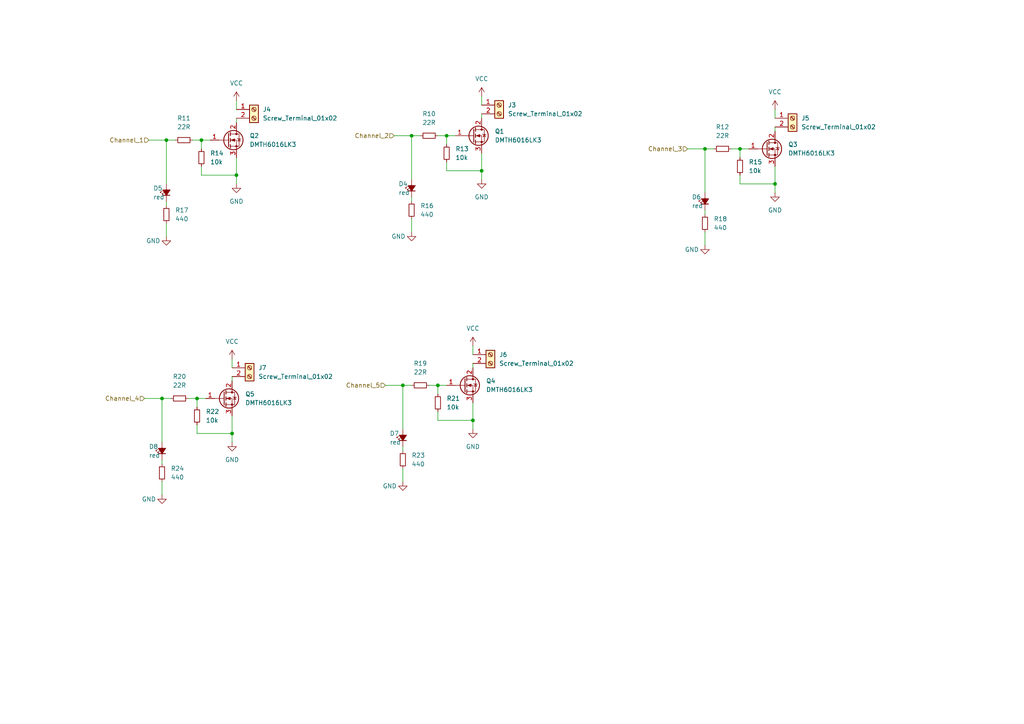
<source format=kicad_sch>
(kicad_sch (version 20230121) (generator eeschema)
  (paper "A4")
  (lib_symbols
    (symbol "Connector:Screw_Terminal_01x02" (pin_names (offset 1.016) hide)
      (property "Reference" "J" (at 0 2.54 0))
      (property "Value" "Screw_Terminal_01x02" (at 0 -5.08 0))
      (symbol "Screw_Terminal_01x02_1_1"
        (rectangle (start -1.27 1.27) (end 1.27 -3.81) (stroke (width 0.254)) (fill (type background)))
        (circle (center 0 -2.54) (radius 0.635) (stroke (width 0.1524)))
        (polyline (pts (xy -0.5334 -2.2098) (xy 0.3302 -3.048)) (stroke (width 0.1524)))
        (polyline (pts (xy -0.5334 0.3302) (xy 0.3302 -0.508)) (stroke (width 0.1524)))
        (polyline (pts (xy -0.3556 -2.032) (xy 0.508 -2.8702)) (stroke (width 0.1524)))
        (polyline (pts (xy -0.3556 0.508) (xy 0.508 -0.3302)) (stroke (width 0.1524)))
        (circle (center 0 0) (radius 0.635) (stroke (width 0.1524)))
        (pin passive line (at -5.08 0 0) (length 3.81) (name "Pin_1") (number "1"))
        (pin passive line (at -5.08 -2.54 0) (length 3.81) (name "Pin_2") (number "2"))
      )
    )
    (symbol "Device:LED_Small_Filled" (pin_numbers hide) (pin_names (offset 0.254) hide)
      (property "Reference" "D" (at -1.27 3.175 0))
      (property "Value" "LED_Small_Filled" (at -4.445 -2.54 0))
      (symbol "LED_Small_Filled_0_1"
        (polyline (pts (xy -0.762 -1.016) (xy -0.762 1.016)) (stroke (width 0.254)))
        (polyline (pts (xy 1.016 0) (xy -0.762 0)))
        (polyline (pts (xy 0.762 -1.016) (xy -0.762 0) (xy 0.762 1.016) (xy 0.762 -1.016)) (stroke (width 0.254)) (fill (type outline)))
        (polyline (pts (xy 0 0.762) (xy -0.508 1.27) (xy -0.254 1.27) (xy -0.508 1.27) (xy -0.508 1.016)))
        (polyline (pts (xy 0.508 1.27) (xy 0 1.778) (xy 0.254 1.778) (xy 0 1.778) (xy 0 1.524)))
      )
      (symbol "LED_Small_Filled_1_1"
        (pin passive line (at -2.54 0 0) (length 1.778) (name "K") (number "1"))
        (pin passive line (at 2.54 0 180) (length 1.778) (name "A") (number "2"))
      )
    )
    (symbol "Device:Q_NMOS_GDS" (pin_names (offset 0) hide)
      (property "Reference" "Q" (at 5.08 1.27 0))
      (property "Value" "Q_NMOS_GDS" (at 5.08 -1.27 0))
      (symbol "Q_NMOS_GDS_0_1"
        (polyline (pts (xy 0.254 0) (xy -2.54 0)))
        (polyline (pts (xy 0.254 1.905) (xy 0.254 -1.905)) (stroke (width 0.254)))
        (polyline (pts (xy 0.762 -1.27) (xy 0.762 -2.286)) (stroke (width 0.254)))
        (polyline (pts (xy 0.762 0.508) (xy 0.762 -0.508)) (stroke (width 0.254)))
        (polyline (pts (xy 0.762 2.286) (xy 0.762 1.27)) (stroke (width 0.254)))
        (polyline (pts (xy 2.54 2.54) (xy 2.54 1.778)))
        (polyline (pts (xy 2.54 -2.54) (xy 2.54 0) (xy 0.762 0)))
        (polyline (pts (xy 0.762 -1.778) (xy 3.302 -1.778) (xy 3.302 1.778) (xy 0.762 1.778)))
        (polyline (pts (xy 1.016 0) (xy 2.032 0.381) (xy 2.032 -0.381) (xy 1.016 0)) (fill (type outline)))
        (polyline (pts (xy 2.794 0.508) (xy 2.921 0.381) (xy 3.683 0.381) (xy 3.81 0.254)))
        (polyline (pts (xy 3.302 0.381) (xy 2.921 -0.254) (xy 3.683 -0.254) (xy 3.302 0.381)))
        (circle (center 1.651 0) (radius 2.794) (stroke (width 0.254)))
        (circle (center 2.54 -1.778) (radius 0.254) (fill (type outline)))
        (circle (center 2.54 1.778) (radius 0.254) (fill (type outline)))
      )
      (symbol "Q_NMOS_GDS_1_1"
        (pin input line (at -5.08 0 0) (length 2.54) (name "G") (number "1"))
        (pin passive line (at 2.54 5.08 270) (length 2.54) (name "D") (number "2"))
        (pin passive line (at 2.54 -5.08 90) (length 2.54) (name "S") (number "3"))
      )
    )
    (symbol "Device:R_Small" (pin_numbers hide) (pin_names (offset 0.254) hide)
      (property "Reference" "R" (at 0.762 0.508 0))
      (property "Value" "R_Small" (at 0.762 -1.016 0))
      (symbol "R_Small_0_1"
        (rectangle (start -0.762 1.778) (end 0.762 -1.778) (stroke (width 0.2032)))
      )
      (symbol "R_Small_1_1"
        (pin passive line (at 0 2.54 270) (length 0.762) (name "~") (number "1"))
        (pin passive line (at 0 -2.54 90) (length 0.762) (name "~") (number "2"))
      )
    )
    (symbol "power:GND" (power) (pin_names (offset 0))
      (property "Value" "GND" (at 0 -3.81 0))
      (symbol "GND_0_1"
        (polyline (pts (xy 0 0) (xy 0 -1.27) (xy 1.27 -1.27) (xy 0 -2.54) (xy -1.27 -1.27) (xy 0 -1.27)))
      )
      (symbol "GND_1_1"
        (pin power_in line (at 0 0 270) (length 0) hide (name "GND") (number "1"))
      )
    )
    (symbol "power:VCC" (power) (pin_names (offset 0))
      (property "Value" "VCC" (at 0 3.81 0))
      (symbol "VCC_0_1"
        (polyline (pts (xy -0.762 1.27) (xy 0 2.54)))
        (polyline (pts (xy 0 0) (xy 0 2.54)))
        (polyline (pts (xy 0 2.54) (xy 0.762 1.27)))
      )
      (symbol "VCC_1_1"
        (pin power_in line (at 0 0 90) (length 0) hide (name "VCC") (number "1"))
      )
    )
  )
  (junction (at 57.15 115.57))
  (junction (at 214.63 43.18))
  (junction (at 48.26 40.64))
  (junction (at 137.16 121.92))
  (junction (at 116.84 111.76))
  (junction (at 67.31 125.73))
  (junction (at 127 111.76))
  (junction (at 204.47 43.18))
  (junction (at 46.99 115.57))
  (junction (at 119.38 39.37))
  (junction (at 139.7 49.53))
  (junction (at 68.58 50.8))
  (junction (at 129.54 39.37))
  (junction (at 58.42 40.64))
  (junction (at 224.79 53.34))
  (wire (pts (xy 199.39 43.18) (xy 204.47 43.18)))
  (wire (pts (xy 68.58 45.72) (xy 68.58 50.8)))
  (wire (pts (xy 119.38 39.37) (xy 119.38 52.07)))
  (wire (pts (xy 116.84 135.89) (xy 116.84 139.7)))
  (wire (pts (xy 204.47 43.18) (xy 207.01 43.18)))
  (wire (pts (xy 137.16 121.92) (xy 127 121.92)))
  (wire (pts (xy 68.58 29.21) (xy 68.58 31.75)))
  (wire (pts (xy 57.15 123.19) (xy 57.15 125.73)))
  (wire (pts (xy 127 111.76) (xy 127 114.3)))
  (wire (pts (xy 204.47 43.18) (xy 204.47 55.88)))
  (wire (pts (xy 204.47 67.31) (xy 204.47 71.12)))
  (wire (pts (xy 68.58 50.8) (xy 68.58 53.34)))
  (wire (pts (xy 139.7 49.53) (xy 139.7 52.07)))
  (wire (pts (xy 129.54 46.99) (xy 129.54 49.53)))
  (wire (pts (xy 139.7 44.45) (xy 139.7 49.53)))
  (wire (pts (xy 137.16 105.41) (xy 137.16 106.68)))
  (wire (pts (xy 68.58 34.29) (xy 68.58 35.56)))
  (wire (pts (xy 119.38 39.37) (xy 121.92 39.37)))
  (wire (pts (xy 127 39.37) (xy 129.54 39.37)))
  (wire (pts (xy 214.63 50.8) (xy 214.63 53.34)))
  (wire (pts (xy 212.09 43.18) (xy 214.63 43.18)))
  (wire (pts (xy 41.91 115.57) (xy 46.99 115.57)))
  (wire (pts (xy 124.46 111.76) (xy 127 111.76)))
  (wire (pts (xy 114.3 39.37) (xy 119.38 39.37)))
  (wire (pts (xy 127 119.38) (xy 127 121.92)))
  (wire (pts (xy 224.79 53.34) (xy 224.79 55.88)))
  (wire (pts (xy 48.26 58.42) (xy 48.26 59.69)))
  (wire (pts (xy 43.18 40.64) (xy 48.26 40.64)))
  (wire (pts (xy 116.84 111.76) (xy 116.84 124.46)))
  (wire (pts (xy 57.15 115.57) (xy 59.69 115.57)))
  (wire (pts (xy 224.79 36.83) (xy 224.79 38.1)))
  (wire (pts (xy 116.84 129.54) (xy 116.84 130.81)))
  (wire (pts (xy 116.84 111.76) (xy 119.38 111.76)))
  (wire (pts (xy 139.7 33.02) (xy 139.7 34.29)))
  (wire (pts (xy 67.31 120.65) (xy 67.31 125.73)))
  (wire (pts (xy 214.63 43.18) (xy 217.17 43.18)))
  (wire (pts (xy 119.38 63.5) (xy 119.38 67.31)))
  (wire (pts (xy 67.31 125.73) (xy 67.31 128.27)))
  (wire (pts (xy 224.79 31.75) (xy 224.79 34.29)))
  (wire (pts (xy 137.16 116.84) (xy 137.16 121.92)))
  (wire (pts (xy 55.88 40.64) (xy 58.42 40.64)))
  (wire (pts (xy 111.76 111.76) (xy 116.84 111.76)))
  (wire (pts (xy 58.42 40.64) (xy 60.96 40.64)))
  (wire (pts (xy 67.31 109.22) (xy 67.31 110.49)))
  (wire (pts (xy 139.7 49.53) (xy 129.54 49.53)))
  (wire (pts (xy 67.31 104.14) (xy 67.31 106.68)))
  (wire (pts (xy 46.99 115.57) (xy 49.53 115.57)))
  (wire (pts (xy 46.99 139.7) (xy 46.99 143.51)))
  (wire (pts (xy 48.26 40.64) (xy 48.26 53.34)))
  (wire (pts (xy 48.26 64.77) (xy 48.26 68.58)))
  (wire (pts (xy 137.16 100.33) (xy 137.16 102.87)))
  (wire (pts (xy 129.54 39.37) (xy 129.54 41.91)))
  (wire (pts (xy 224.79 48.26) (xy 224.79 53.34)))
  (wire (pts (xy 119.38 57.15) (xy 119.38 58.42)))
  (wire (pts (xy 137.16 121.92) (xy 137.16 124.46)))
  (wire (pts (xy 139.7 27.94) (xy 139.7 30.48)))
  (wire (pts (xy 214.63 43.18) (xy 214.63 45.72)))
  (wire (pts (xy 67.31 125.73) (xy 57.15 125.73)))
  (wire (pts (xy 68.58 50.8) (xy 58.42 50.8)))
  (wire (pts (xy 46.99 115.57) (xy 46.99 128.27)))
  (wire (pts (xy 48.26 40.64) (xy 50.8 40.64)))
  (wire (pts (xy 58.42 48.26) (xy 58.42 50.8)))
  (wire (pts (xy 129.54 39.37) (xy 132.08 39.37)))
  (wire (pts (xy 58.42 40.64) (xy 58.42 43.18)))
  (wire (pts (xy 224.79 53.34) (xy 214.63 53.34)))
  (wire (pts (xy 204.47 60.96) (xy 204.47 62.23)))
  (wire (pts (xy 127 111.76) (xy 129.54 111.76)))
  (wire (pts (xy 46.99 133.35) (xy 46.99 134.62)))
  (wire (pts (xy 57.15 115.57) (xy 57.15 118.11)))
  (wire (pts (xy 54.61 115.57) (xy 57.15 115.57)))
  (hierarchical_label "Channel_2" (shape input) (at 114.3 39.37 180))
  (hierarchical_label "Channel_3" (shape input) (at 199.39 43.18 180))
  (hierarchical_label "Channel_1" (shape input) (at 43.18 40.64 180))
  (hierarchical_label "Channel_4" (shape input) (at 41.91 115.57 180))
  (hierarchical_label "Channel_5" (shape input) (at 111.76 111.76 180))
  (symbol (lib_id "Connector:Screw_Terminal_01x02") (at 72.39 106.68 0) (unit 1)
    (property "Reference" "J7" (at 74.93 106.6799 0) (effects (justify left)))
    (property "Value" "Screw_Terminal_01x02" (at 74.93 109.2199 0) (effects (justify left)))
    (property "Footprint" "TerminalBlock_Phoenix:TerminalBlock_Phoenix_MKDS-3-2-5.08_1x02_P5.08mm_Horizontal" (effects hide))
  )
  (symbol (lib_id "power:VCC") (at 224.79 31.75 0) (unit 1)
    (property "Reference" "#PWR034" (effects hide))
    (property "Value" "VCC" (at 224.79 26.67 0))
  )
  (symbol (lib_id "Device:R_Small") (at 48.26 62.23 180) (unit 1)
    (property "Reference" "R17" (at 50.8 60.9599 0) (effects (justify right)))
    (property "Value" "440" (at 50.8 63.4999 0) (effects (justify right)))
    (property "Footprint" "Resistor_SMD:R_0805_2012Metric_Pad1.20x1.40mm_HandSolder" (effects hide))
  )
  (symbol (lib_id "power:VCC") (at 139.7 27.94 0) (unit 1)
    (property "Reference" "#PWR032" (effects hide))
    (property "Value" "VCC" (at 139.7 22.86 0))
  )
  (symbol (lib_id "Device:LED_Small_Filled") (at 48.26 55.88 90) (unit 1)
    (property "Reference" "D5" (at 44.45 54.61 90) (effects (justify right)))
    (property "Value" "red" (at 44.45 57.15 90) (effects (justify right)))
    (property "Footprint" "LED_SMD:LED_0805_2012Metric_Pad1.15x1.40mm_HandSolder" (effects hide))
  )
  (symbol (lib_id "Device:LED_Small_Filled") (at 116.84 127 90) (unit 1)
    (property "Reference" "D7" (at 113.03 125.73 90) (effects (justify right)))
    (property "Value" "red" (at 113.03 128.27 90) (effects (justify right)))
    (property "Footprint" "LED_SMD:LED_0805_2012Metric_Pad1.15x1.40mm_HandSolder" (effects hide))
  )
  (symbol (lib_id "Device:R_Small") (at 124.46 39.37 90) (unit 1)
    (property "Reference" "R10" (at 124.46 33.02 90))
    (property "Value" "22R" (at 124.46 35.56 90))
    (property "Footprint" "Resistor_SMD:R_0805_2012Metric_Pad1.20x1.40mm_HandSolder" (effects hide))
  )
  (symbol (lib_id "Connector:Screw_Terminal_01x02") (at 73.66 31.75 0) (unit 1)
    (property "Reference" "J4" (at 76.2 31.7499 0) (effects (justify left)))
    (property "Value" "Screw_Terminal_01x02" (at 76.2 34.2899 0) (effects (justify left)))
    (property "Footprint" "TerminalBlock_Phoenix:TerminalBlock_Phoenix_MKDS-3-2-5.08_1x02_P5.08mm_Horizontal" (effects hide))
  )
  (symbol (lib_id "power:GND") (at 224.79 55.88 0) (unit 1)
    (property "Reference" "#PWR037" (effects hide))
    (property "Value" "GND" (at 224.79 60.96 0))
  )
  (symbol (lib_id "Device:R_Small") (at 119.38 60.96 180) (unit 1)
    (property "Reference" "R16" (at 121.92 59.6899 0) (effects (justify right)))
    (property "Value" "440" (at 121.92 62.2299 0) (effects (justify right)))
    (property "Footprint" "Resistor_SMD:R_0805_2012Metric_Pad1.20x1.40mm_HandSolder" (effects hide))
  )
  (symbol (lib_id "power:VCC") (at 67.31 104.14 0) (unit 1)
    (property "Reference" "#PWR042" (effects hide))
    (property "Value" "VCC" (at 67.31 99.06 0))
  )
  (symbol (lib_id "Device:R_Small") (at 46.99 137.16 180) (unit 1)
    (property "Reference" "R24" (at 49.53 135.8899 0) (effects (justify right)))
    (property "Value" "440" (at 49.53 138.4299 0) (effects (justify right)))
    (property "Footprint" "Resistor_SMD:R_0805_2012Metric_Pad1.20x1.40mm_HandSolder" (effects hide))
  )
  (symbol (lib_id "Device:Q_NMOS_GDS") (at 64.77 115.57 0) (unit 1)
    (property "Reference" "Q5" (at 71.12 114.2999 0) (effects (justify left)))
    (property "Value" "DMTH6016LK3" (at 71.12 116.8399 0) (effects (justify left)))
    (property "Footprint" "Package_TO_SOT_SMD:TO-263-2" (effects hide))
    (property "Datasheet" "https://www.mouser.de/datasheet/2/115/DIOD_S_A0005424587_1-2542634.pdf" (effects hide))
  )
  (symbol (lib_id "Device:R_Small") (at 127 116.84 180) (unit 1)
    (property "Reference" "R21" (at 129.54 115.5699 0) (effects (justify right)))
    (property "Value" "10k" (at 129.54 118.1099 0) (effects (justify right)))
    (property "Footprint" "Resistor_SMD:R_0805_2012Metric_Pad1.20x1.40mm_HandSolder" (effects hide))
  )
  (symbol (lib_id "power:GND") (at 48.26 68.58 0) (unit 1)
    (property "Reference" "#PWR039" (effects hide))
    (property "Value" "GND" (at 44.45 69.85 0))
  )
  (symbol (lib_id "power:VCC") (at 68.58 29.21 0) (unit 1)
    (property "Reference" "#PWR033" (effects hide))
    (property "Value" "VCC" (at 68.58 24.13 0))
  )
  (symbol (lib_id "Device:R_Small") (at 214.63 48.26 180) (unit 1)
    (property "Reference" "R15" (at 217.17 46.9899 0) (effects (justify right)))
    (property "Value" "10k" (at 217.17 49.5299 0) (effects (justify right)))
    (property "Footprint" "Resistor_SMD:R_0805_2012Metric_Pad1.20x1.40mm_HandSolder" (effects hide))
  )
  (symbol (lib_id "Device:Q_NMOS_GDS") (at 137.16 39.37 0) (unit 1)
    (property "Reference" "Q1" (at 143.51 38.0999 0) (effects (justify left)))
    (property "Value" "DMTH6016LK3" (at 143.51 40.6399 0) (effects (justify left)))
    (property "Footprint" "Package_TO_SOT_SMD:TO-263-2" (effects hide))
    (property "Datasheet" "https://www.mouser.de/datasheet/2/115/DIOD_S_A0005424587_1-2542634.pdf" (effects hide))
  )
  (symbol (lib_id "power:GND") (at 204.47 71.12 0) (unit 1)
    (property "Reference" "#PWR040" (effects hide))
    (property "Value" "GND" (at 200.66 72.39 0))
  )
  (symbol (lib_id "power:GND") (at 67.31 128.27 0) (unit 1)
    (property "Reference" "#PWR044" (effects hide))
    (property "Value" "GND" (at 67.31 133.35 0))
  )
  (symbol (lib_id "Device:LED_Small_Filled") (at 204.47 58.42 90) (unit 1)
    (property "Reference" "D6" (at 200.66 57.15 90) (effects (justify right)))
    (property "Value" "red" (at 200.66 59.69 90) (effects (justify right)))
    (property "Footprint" "LED_SMD:LED_0805_2012Metric_Pad1.15x1.40mm_HandSolder" (effects hide))
  )
  (symbol (lib_id "Connector:Screw_Terminal_01x02") (at 229.87 34.29 0) (unit 1)
    (property "Reference" "J5" (at 232.41 34.2899 0) (effects (justify left)))
    (property "Value" "Screw_Terminal_01x02" (at 232.41 36.8299 0) (effects (justify left)))
    (property "Footprint" "TerminalBlock_Phoenix:TerminalBlock_Phoenix_MKDS-3-2-5.08_1x02_P5.08mm_Horizontal" (effects hide))
  )
  (symbol (lib_id "Device:R_Small") (at 116.84 133.35 180) (unit 1)
    (property "Reference" "R23" (at 119.38 132.0799 0) (effects (justify right)))
    (property "Value" "440" (at 119.38 134.6199 0) (effects (justify right)))
    (property "Footprint" "Resistor_SMD:R_0805_2012Metric_Pad1.20x1.40mm_HandSolder" (effects hide))
  )
  (symbol (lib_id "Device:LED_Small_Filled") (at 119.38 54.61 90) (unit 1)
    (property "Reference" "D4" (at 115.57 53.34 90) (effects (justify right)))
    (property "Value" "red" (at 115.57 55.88 90) (effects (justify right)))
    (property "Footprint" "LED_SMD:LED_0805_2012Metric_Pad1.15x1.40mm_HandSolder" (effects hide))
  )
  (symbol (lib_id "Device:LED_Small_Filled") (at 46.99 130.81 90) (unit 1)
    (property "Reference" "D8" (at 43.18 129.54 90) (effects (justify right)))
    (property "Value" "red" (at 43.18 132.08 90) (effects (justify right)))
    (property "Footprint" "LED_SMD:LED_0805_2012Metric_Pad1.15x1.40mm_HandSolder" (effects hide))
  )
  (symbol (lib_id "Device:R_Small") (at 204.47 64.77 180) (unit 1)
    (property "Reference" "R18" (at 207.01 63.4999 0) (effects (justify right)))
    (property "Value" "440" (at 207.01 66.0399 0) (effects (justify right)))
    (property "Footprint" "Resistor_SMD:R_0805_2012Metric_Pad1.20x1.40mm_HandSolder" (effects hide))
  )
  (symbol (lib_id "power:GND") (at 119.38 67.31 0) (unit 1)
    (property "Reference" "#PWR038" (effects hide))
    (property "Value" "GND" (at 115.57 68.58 0))
  )
  (symbol (lib_id "Device:R_Small") (at 121.92 111.76 90) (unit 1)
    (property "Reference" "R19" (at 121.92 105.41 90))
    (property "Value" "22R" (at 121.92 107.95 90))
    (property "Footprint" "Resistor_SMD:R_0805_2012Metric_Pad1.20x1.40mm_HandSolder" (effects hide))
  )
  (symbol (lib_id "Device:Q_NMOS_GDS") (at 66.04 40.64 0) (unit 1)
    (property "Reference" "Q2" (at 72.39 39.3699 0) (effects (justify left)))
    (property "Value" "DMTH6016LK3" (at 72.39 41.9099 0) (effects (justify left)))
    (property "Footprint" "Package_TO_SOT_SMD:TO-263-2" (effects hide))
    (property "Datasheet" "https://www.mouser.de/datasheet/2/115/DIOD_S_A0005424587_1-2542634.pdf" (effects hide))
  )
  (symbol (lib_id "Device:R_Small") (at 129.54 44.45 180) (unit 1)
    (property "Reference" "R13" (at 132.08 43.1799 0) (effects (justify right)))
    (property "Value" "10k" (at 132.08 45.7199 0) (effects (justify right)))
    (property "Footprint" "Resistor_SMD:R_0805_2012Metric_Pad1.20x1.40mm_HandSolder" (effects hide))
  )
  (symbol (lib_id "Device:Q_NMOS_GDS") (at 134.62 111.76 0) (unit 1)
    (property "Reference" "Q4" (at 140.97 110.4899 0) (effects (justify left)))
    (property "Value" "DMTH6016LK3" (at 140.97 113.0299 0) (effects (justify left)))
    (property "Footprint" "Package_TO_SOT_SMD:TO-263-2" (effects hide))
    (property "Datasheet" "https://www.mouser.de/datasheet/2/115/DIOD_S_A0005424587_1-2542634.pdf" (effects hide))
  )
  (symbol (lib_id "Device:Q_NMOS_GDS") (at 222.25 43.18 0) (unit 1)
    (property "Reference" "Q3" (at 228.6 41.9099 0) (effects (justify left)))
    (property "Value" "DMTH6016LK3" (at 228.6 44.4499 0) (effects (justify left)))
    (property "Footprint" "Package_TO_SOT_SMD:TO-263-2" (effects hide))
    (property "Datasheet" "https://www.mouser.de/datasheet/2/115/DIOD_S_A0005424587_1-2542634.pdf" (effects hide))
  )
  (symbol (lib_id "power:GND") (at 116.84 139.7 0) (unit 1)
    (property "Reference" "#PWR045" (effects hide))
    (property "Value" "GND" (at 113.03 140.97 0))
  )
  (symbol (lib_id "power:GND") (at 137.16 124.46 0) (unit 1)
    (property "Reference" "#PWR043" (effects hide))
    (property "Value" "GND" (at 137.16 129.54 0))
  )
  (symbol (lib_id "power:GND") (at 46.99 143.51 0) (unit 1)
    (property "Reference" "#PWR046" (effects hide))
    (property "Value" "GND" (at 43.18 144.78 0))
  )
  (symbol (lib_id "Device:R_Small") (at 53.34 40.64 90) (unit 1)
    (property "Reference" "R11" (at 53.34 34.29 90))
    (property "Value" "22R" (at 53.34 36.83 90))
    (property "Footprint" "Resistor_SMD:R_0805_2012Metric_Pad1.20x1.40mm_HandSolder" (effects hide))
  )
  (symbol (lib_id "power:GND") (at 139.7 52.07 0) (unit 1)
    (property "Reference" "#PWR035" (effects hide))
    (property "Value" "GND" (at 139.7 57.15 0))
  )
  (symbol (lib_id "power:VCC") (at 137.16 100.33 0) (unit 1)
    (property "Reference" "#PWR041" (effects hide))
    (property "Value" "VCC" (at 137.16 95.25 0))
  )
  (symbol (lib_id "power:GND") (at 68.58 53.34 0) (unit 1)
    (property "Reference" "#PWR036" (effects hide))
    (property "Value" "GND" (at 68.58 58.42 0))
  )
  (symbol (lib_id "Device:R_Small") (at 57.15 120.65 180) (unit 1)
    (property "Reference" "R22" (at 59.69 119.3799 0) (effects (justify right)))
    (property "Value" "10k" (at 59.69 121.9199 0) (effects (justify right)))
    (property "Footprint" "Resistor_SMD:R_0805_2012Metric_Pad1.20x1.40mm_HandSolder" (effects hide))
  )
  (symbol (lib_id "Device:R_Small") (at 209.55 43.18 90) (unit 1)
    (property "Reference" "R12" (at 209.55 36.83 90))
    (property "Value" "22R" (at 209.55 39.37 90))
    (property "Footprint" "Resistor_SMD:R_0805_2012Metric_Pad1.20x1.40mm_HandSolder" (effects hide))
  )
  (symbol (lib_id "Device:R_Small") (at 58.42 45.72 180) (unit 1)
    (property "Reference" "R14" (at 60.96 44.4499 0) (effects (justify right)))
    (property "Value" "10k" (at 60.96 46.9899 0) (effects (justify right)))
    (property "Footprint" "Resistor_SMD:R_0805_2012Metric_Pad1.20x1.40mm_HandSolder" (effects hide))
  )
  (symbol (lib_id "Connector:Screw_Terminal_01x02") (at 142.24 102.87 0) (unit 1)
    (property "Reference" "J6" (at 144.78 102.8699 0) (effects (justify left)))
    (property "Value" "Screw_Terminal_01x02" (at 144.78 105.4099 0) (effects (justify left)))
    (property "Footprint" "TerminalBlock_Phoenix:TerminalBlock_Phoenix_MKDS-3-2-5.08_1x02_P5.08mm_Horizontal" (effects hide))
  )
  (symbol (lib_id "Device:R_Small") (at 52.07 115.57 90) (unit 1)
    (property "Reference" "R20" (at 52.07 109.22 90))
    (property "Value" "22R" (at 52.07 111.76 90))
    (property "Footprint" "Resistor_SMD:R_0805_2012Metric_Pad1.20x1.40mm_HandSolder" (effects hide))
  )
  (symbol (lib_id "Connector:Screw_Terminal_01x02") (at 144.78 30.48 0) (unit 1)
    (property "Reference" "J3" (at 147.32 30.4799 0) (effects (justify left)))
    (property "Value" "Screw_Terminal_01x02" (at 147.32 33.0199 0) (effects (justify left)))
    (property "Footprint" "TerminalBlock_Phoenix:TerminalBlock_Phoenix_MKDS-3-2-5.08_1x02_P5.08mm_Horizontal" (effects hide))
  )
)
</source>
